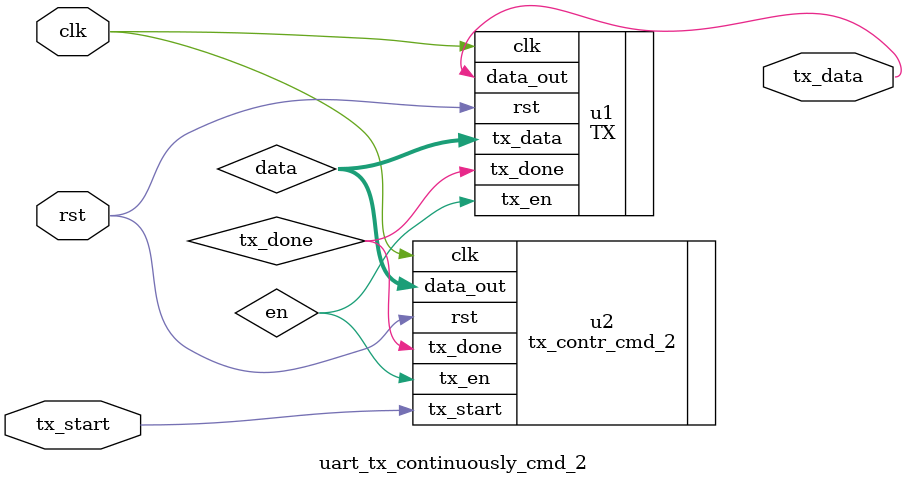
<source format=v>
`timescale 1ns / 1ps


module uart_tx_continuously_cmd_2(
	input clk,
	input rst,
	input tx_start,
	output tx_data
    );
	
	wire [7:0] data;
	wire en;
	wire tx_done;

	
	
	TX u1(
    .clk(clk),
    .rst(rst),
    .tx_data(data),
    .tx_en(en),
	.tx_done(tx_done),
    .data_out(tx_data)
    );
	
	
	tx_contr_cmd_2 u2(
	.clk(clk),
	.rst(rst),
	.tx_start(tx_start),
	.tx_done(tx_done),
	.tx_en(en),
	.data_out(data)
    );

endmodule


</source>
